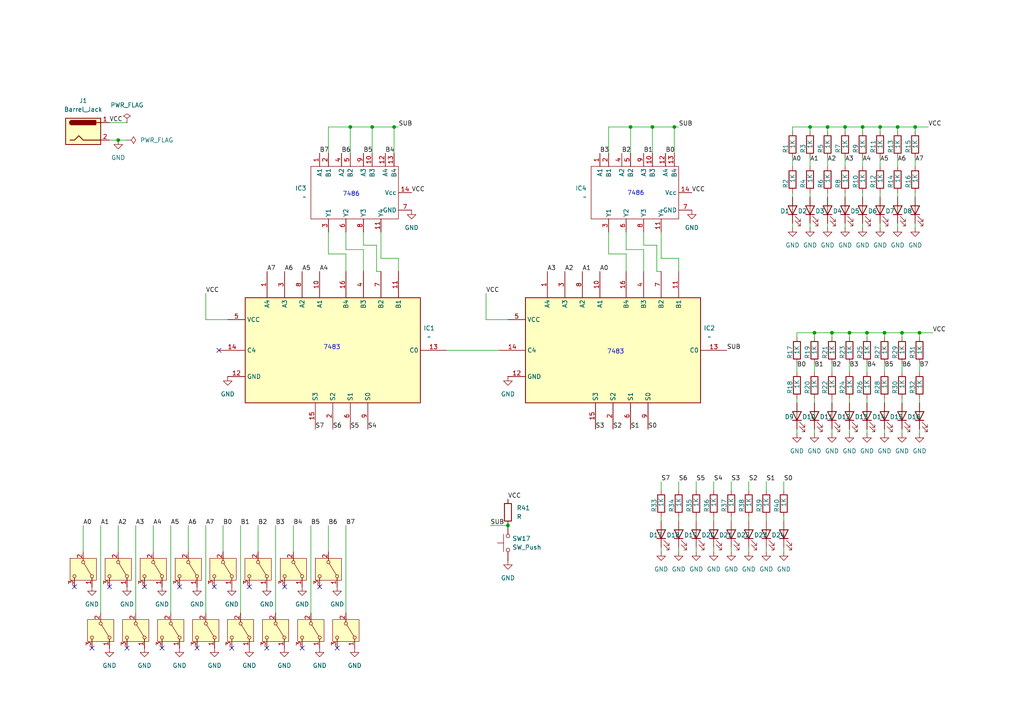
<source format=kicad_sch>
(kicad_sch (version 20250114) (generator "eeschema") (generator_version "9.0")
  (paper "A4")
  (text "7483\n" (at 96.266 100.838 0) (effects (font (size 1.27 1.27))))
  (text "7486\n\n" (at 184.404 57.15 0) (effects (font (size 1.27 1.27))))
  (text "7483\n" (at 178.562 102.108 0) (effects (font (size 1.27 1.27))))
  (text "7486\n\n" (at 101.854 57.404 0) (effects (font (size 1.27 1.27))))
  (junction (at 182.88 36.83))
  (junction (at 265.43 36.83))
  (junction (at 236.22 96.52))
  (junction (at 189.23 36.83))
  (junction (at 195.58 36.83))
  (junction (at 34.29 40.64))
  (junction (at 266.7 96.52))
  (junction (at 147.32 152.4))
  (junction (at 241.3 96.52))
  (junction (at 246.38 96.52))
  (junction (at 255.27 36.83))
  (junction (at 250.19 36.83))
  (junction (at 234.95 36.83))
  (junction (at 245.11 36.83))
  (junction (at 251.46 96.52))
  (junction (at 261.62 96.52))
  (junction (at 260.35 36.83))
  (junction (at 256.54 96.52))
  (junction (at 114.3 36.83))
  (junction (at 107.95 36.83))
  (junction (at 101.6 36.83))
  (junction (at 240.03 36.83))
  (no_connect (at 82.55 170.18))
  (no_connect (at 87.63 187.96))
  (no_connect (at 31.75 170.18))
  (no_connect (at 41.91 170.18))
  (no_connect (at 57.15 187.96))
  (no_connect (at 21.59 170.18))
  (no_connect (at 67.2318 187.96))
  (no_connect (at 36.83 187.96))
  (no_connect (at 72.3118 170.18))
  (no_connect (at 62.1518 170.18))
  (no_connect (at 63.5 101.6))
  (no_connect (at 97.79 187.96))
  (no_connect (at 77.3918 187.96))
  (no_connect (at 46.99 187.96))
  (no_connect (at 26.67 187.96))
  (no_connect (at 52.07 170.18))
  (no_connect (at 92.71 170.18))
  (wire (pts (xy 250.19 36.83) (xy 250.19 38.1)))
  (wire (pts (xy 260.35 36.83) (xy 265.43 36.83)))
  (wire (pts (xy 229.87 45.72) (xy 229.87 48.26)))
  (wire (pts (xy 255.27 55.88) (xy 255.27 57.15)))
  (wire (pts (xy 191.77 67.31) (xy 191.77 74.93)))
  (wire (pts (xy 245.11 45.72) (xy 245.11 48.26)))
  (wire (pts (xy 107.95 36.83) (xy 114.3 36.83)))
  (wire (pts (xy 266.7 96.52) (xy 266.7 97.79)))
  (wire (pts (xy 236.22 96.52) (xy 236.22 97.79)))
  (wire (pts (xy 110.49 74.93) (xy 115.57 74.93)))
  (wire (pts (xy 191.77 149.86) (xy 191.77 151.13)))
  (wire (pts (xy 201.93 139.7) (xy 201.93 142.24)))
  (wire (pts (xy 261.62 124.46) (xy 261.62 125.73)))
  (wire (pts (xy 246.38 124.46) (xy 246.38 125.73)))
  (wire (pts (xy 236.22 124.46) (xy 236.22 125.73)))
  (wire (pts (xy 191.77 139.7) (xy 191.77 142.24)))
  (wire (pts (xy 201.93 149.86) (xy 201.93 151.13)))
  (wire (pts (xy 182.88 36.83) (xy 182.88 44.45)))
  (wire (pts (xy 255.27 36.83) (xy 255.27 38.1)))
  (wire (pts (xy 142.24 152.4) (xy 147.32 152.4)))
  (wire (pts (xy 31.75 35.56) (xy 36.83 35.56)))
  (wire (pts (xy 234.95 36.83) (xy 234.95 38.1)))
  (wire (pts (xy 246.38 115.57) (xy 246.38 116.84)))
  (wire (pts (xy 39.37 152.4) (xy 39.37 177.8)))
  (wire (pts (xy 101.6 36.83) (xy 107.95 36.83)))
  (wire (pts (xy 195.58 36.83) (xy 195.58 44.45)))
  (wire (pts (xy 54.61 152.4) (xy 54.61 160.02)))
  (wire (pts (xy 255.27 36.83) (xy 260.35 36.83)))
  (wire (pts (xy 266.7 96.52) (xy 270.51 96.52)))
  (wire (pts (xy 261.62 115.57) (xy 261.62 116.84)))
  (wire (pts (xy 110.49 67.31) (xy 110.49 74.93)))
  (wire (pts (xy 250.19 55.88) (xy 250.19 57.15)))
  (wire (pts (xy 114.3 36.83) (xy 115.57 36.83)))
  (wire (pts (xy 260.35 45.72) (xy 260.35 48.26)))
  (wire (pts (xy 95.25 73.66) (xy 100.33 73.66)))
  (wire (pts (xy 256.54 124.46) (xy 256.54 125.73)))
  (wire (pts (xy 266.7 105.41) (xy 266.7 107.95)))
  (wire (pts (xy 176.53 67.31) (xy 176.53 73.66)))
  (wire (pts (xy 256.54 115.57) (xy 256.54 116.84)))
  (wire (pts (xy 207.01 149.86) (xy 207.01 151.13)))
  (wire (pts (xy 261.62 105.41) (xy 261.62 107.95)))
  (wire (pts (xy 181.61 72.39) (xy 186.69 72.39)))
  (wire (pts (xy 69.7718 152.4) (xy 69.7718 177.8)))
  (wire (pts (xy 227.33 158.75) (xy 227.33 160.02)))
  (wire (pts (xy 196.85 74.93) (xy 196.85 78.74)))
  (wire (pts (xy 49.53 152.4) (xy 49.53 177.8)))
  (wire (pts (xy 207.01 158.75) (xy 207.01 160.02)))
  (wire (pts (xy 85.09 152.4) (xy 85.09 160.02)))
  (wire (pts (xy 59.69 92.71) (xy 59.69 85.09)))
  (wire (pts (xy 251.46 115.57) (xy 251.46 116.84)))
  (wire (pts (xy 265.43 36.83) (xy 265.43 38.1)))
  (wire (pts (xy 74.8518 152.4) (xy 74.8518 160.02)))
  (wire (pts (xy 245.11 64.77) (xy 245.11 66.04)))
  (wire (pts (xy 241.3 96.52) (xy 241.3 97.79)))
  (wire (pts (xy 265.43 55.88) (xy 265.43 57.15)))
  (wire (pts (xy 227.33 139.7) (xy 227.33 142.24)))
  (wire (pts (xy 95.25 36.83) (xy 101.6 36.83)))
  (wire (pts (xy 95.25 44.45) (xy 95.25 36.83)))
  (wire (pts (xy 251.46 96.52) (xy 256.54 96.52)))
  (wire (pts (xy 129.54 101.6) (xy 144.78 101.6)))
  (wire (pts (xy 109.22 71.12) (xy 109.22 78.74)))
  (wire (pts (xy 236.22 115.57) (xy 236.22 116.84)))
  (wire (pts (xy 234.95 36.83) (xy 240.03 36.83)))
  (wire (pts (xy 241.3 124.46) (xy 241.3 125.73)))
  (wire (pts (xy 260.35 64.77) (xy 260.35 66.04)))
  (wire (pts (xy 24.13 152.4) (xy 24.13 160.02)))
  (wire (pts (xy 100.33 72.39) (xy 105.41 72.39)))
  (wire (pts (xy 34.29 40.64) (xy 36.83 40.64)))
  (wire (pts (xy 266.7 124.46) (xy 266.7 125.73)))
  (wire (pts (xy 241.3 96.52) (xy 246.38 96.52)))
  (wire (pts (xy 251.46 124.46) (xy 251.46 125.73)))
  (wire (pts (xy 261.62 96.52) (xy 266.7 96.52)))
  (wire (pts (xy 229.87 55.88) (xy 229.87 57.15)))
  (wire (pts (xy 241.3 105.41) (xy 241.3 107.95)))
  (wire (pts (xy 245.11 55.88) (xy 245.11 57.15)))
  (wire (pts (xy 100.33 67.31) (xy 100.33 72.39)))
  (wire (pts (xy 241.3 115.57) (xy 241.3 116.84)))
  (wire (pts (xy 196.85 158.75) (xy 196.85 160.02)))
  (wire (pts (xy 186.69 67.31) (xy 186.69 71.12)))
  (wire (pts (xy 229.87 38.1) (xy 229.87 36.83)))
  (wire (pts (xy 234.95 64.77) (xy 234.95 66.04)))
  (wire (pts (xy 31.75 40.64) (xy 34.29 40.64)))
  (wire (pts (xy 245.11 36.83) (xy 245.11 38.1)))
  (wire (pts (xy 260.35 36.83) (xy 260.35 38.1)))
  (wire (pts (xy 231.14 105.41) (xy 231.14 107.95)))
  (wire (pts (xy 222.25 139.7) (xy 222.25 142.24)))
  (wire (pts (xy 212.09 139.7) (xy 212.09 142.24)))
  (wire (pts (xy 79.9318 152.4) (xy 79.9318 177.8)))
  (wire (pts (xy 44.45 152.4) (xy 44.45 160.02)))
  (wire (pts (xy 217.17 149.86) (xy 217.17 151.13)))
  (wire (pts (xy 255.27 64.77) (xy 255.27 66.04)))
  (wire (pts (xy 64.6918 152.4) (xy 64.6918 160.02)))
  (wire (pts (xy 240.03 45.72) (xy 240.03 48.26)))
  (wire (pts (xy 90.17 152.4) (xy 90.17 177.8)))
  (wire (pts (xy 222.25 158.75) (xy 222.25 160.02)))
  (wire (pts (xy 190.5 78.74) (xy 191.77 78.74)))
  (wire (pts (xy 186.69 72.39) (xy 186.69 78.74)))
  (wire (pts (xy 265.43 36.83) (xy 269.24 36.83)))
  (wire (pts (xy 212.09 158.75) (xy 212.09 160.02)))
  (wire (pts (xy 246.38 105.41) (xy 246.38 107.95)))
  (wire (pts (xy 229.87 64.77) (xy 229.87 66.04)))
  (wire (pts (xy 256.54 105.41) (xy 256.54 107.95)))
  (wire (pts (xy 246.38 96.52) (xy 251.46 96.52)))
  (wire (pts (xy 100.33 152.4) (xy 100.33 177.8)))
  (wire (pts (xy 191.77 158.75) (xy 191.77 160.02)))
  (wire (pts (xy 34.29 152.4) (xy 34.29 160.02)))
  (wire (pts (xy 217.17 158.75) (xy 217.17 160.02)))
  (wire (pts (xy 234.95 55.88) (xy 234.95 57.15)))
  (wire (pts (xy 229.87 36.83) (xy 234.95 36.83)))
  (wire (pts (xy 176.53 44.45) (xy 176.53 36.83)))
  (wire (pts (xy 207.01 139.7) (xy 207.01 142.24)))
  (wire (pts (xy 176.53 73.66) (xy 181.61 73.66)))
  (wire (pts (xy 101.6 36.83) (xy 101.6 44.45)))
  (wire (pts (xy 105.41 67.31) (xy 105.41 71.12)))
  (wire (pts (xy 114.3 36.83) (xy 114.3 44.45)))
  (wire (pts (xy 240.03 64.77) (xy 240.03 66.04)))
  (wire (pts (xy 212.09 149.86) (xy 212.09 151.13)))
  (wire (pts (xy 186.69 71.12) (xy 190.5 71.12)))
  (wire (pts (xy 231.14 96.52) (xy 236.22 96.52)))
  (wire (pts (xy 265.43 64.77) (xy 265.43 66.04)))
  (wire (pts (xy 231.14 115.57) (xy 231.14 116.84)))
  (wire (pts (xy 100.33 73.66) (xy 100.33 78.74)))
  (wire (pts (xy 240.03 36.83) (xy 240.03 38.1)))
  (wire (pts (xy 147.32 92.71) (xy 140.97 92.71)))
  (wire (pts (xy 250.19 36.83) (xy 255.27 36.83)))
  (wire (pts (xy 240.03 36.83) (xy 245.11 36.83)))
  (wire (pts (xy 190.5 71.12) (xy 190.5 78.74)))
  (wire (pts (xy 107.95 36.83) (xy 107.95 44.45)))
  (wire (pts (xy 176.53 36.83) (xy 182.88 36.83)))
  (wire (pts (xy 217.17 139.7) (xy 217.17 142.24)))
  (wire (pts (xy 234.95 45.72) (xy 234.95 48.26)))
  (wire (pts (xy 227.33 149.86) (xy 227.33 151.13)))
  (wire (pts (xy 191.77 74.93) (xy 196.85 74.93)))
  (wire (pts (xy 231.14 97.79) (xy 231.14 96.52)))
  (wire (pts (xy 95.25 67.31) (xy 95.25 73.66)))
  (wire (pts (xy 266.7 115.57) (xy 266.7 116.84)))
  (wire (pts (xy 182.88 36.83) (xy 189.23 36.83)))
  (wire (pts (xy 95.25 152.4) (xy 95.25 160.02)))
  (wire (pts (xy 189.23 36.83) (xy 189.23 44.45)))
  (wire (pts (xy 105.41 71.12) (xy 109.22 71.12)))
  (wire (pts (xy 195.58 36.83) (xy 196.85 36.83)))
  (wire (pts (xy 250.19 45.72) (xy 250.19 48.26)))
  (wire (pts (xy 265.43 45.72) (xy 265.43 48.26)))
  (wire (pts (xy 240.03 55.88) (xy 240.03 57.15)))
  (wire (pts (xy 66.04 92.71) (xy 59.69 92.71)))
  (wire (pts (xy 231.14 124.46) (xy 231.14 125.73)))
  (wire (pts (xy 109.22 78.74) (xy 110.49 78.74)))
  (wire (pts (xy 261.62 96.52) (xy 261.62 97.79)))
  (wire (pts (xy 196.85 139.7) (xy 196.85 142.24)))
  (wire (pts (xy 256.54 96.52) (xy 256.54 97.79)))
  (wire (pts (xy 59.69 152.4) (xy 59.69 177.8)))
  (wire (pts (xy 251.46 105.41) (xy 251.46 107.95)))
  (wire (pts (xy 105.41 72.39) (xy 105.41 78.74)))
  (wire (pts (xy 256.54 96.52) (xy 261.62 96.52)))
  (wire (pts (xy 251.46 96.52) (xy 251.46 97.79)))
  (wire (pts (xy 201.93 158.75) (xy 201.93 160.02)))
  (wire (pts (xy 189.23 36.83) (xy 195.58 36.83)))
  (wire (pts (xy 255.27 45.72) (xy 255.27 48.26)))
  (wire (pts (xy 222.25 149.86) (xy 222.25 151.13)))
  (wire (pts (xy 29.21 152.4) (xy 29.21 177.8)))
  (wire (pts (xy 140.97 92.71) (xy 140.97 85.09)))
  (wire (pts (xy 236.22 96.52) (xy 241.3 96.52)))
  (wire (pts (xy 246.38 96.52) (xy 246.38 97.79)))
  (wire (pts (xy 181.61 67.31) (xy 181.61 72.39)))
  (wire (pts (xy 245.11 36.83) (xy 250.19 36.83)))
  (wire (pts (xy 236.22 105.41) (xy 236.22 107.95)))
  (wire (pts (xy 250.19 64.77) (xy 250.19 66.04)))
  (wire (pts (xy 196.85 149.86) (xy 196.85 151.13)))
  (wire (pts (xy 181.61 73.66) (xy 181.61 78.74)))
  (wire (pts (xy 115.57 74.93) (xy 115.57 78.74)))
  (wire (pts (xy 260.35 55.88) (xy 260.35 57.15)))
  (label "S4" (at 106.68 124.46 0))
  (label "A4" (at 250.19 46.99 0))
  (label "A7" (at 59.69 152.4 0))
  (label "B6" (at 261.62 106.68 0))
  (label "B2" (at 74.8518 152.4 0))
  (label "A2" (at 163.83 78.74 0))
  (label "S5" (at 101.6 124.46 0))
  (label "B2" (at 180.34 44.45 0))
  (label "A6" (at 54.61 152.4 0))
  (label "A2" (at 34.29 152.4 0))
  (label "A7" (at 77.47 78.74 0))
  (label "A3" (at 158.75 78.74 0))
  (label "S4" (at 207.01 139.7 0))
  (label "S0" (at 227.33 139.7 0))
  (label "B5" (at 105.41 44.45 0))
  (label "B4" (at 251.46 106.68 0))
  (label "VCC" (at 140.97 85.09 0))
  (label "B0" (at 64.6918 152.4 0))
  (label "S3" (at 212.09 139.7 0))
  (label "S2" (at 177.8 124.46 0))
  (label "B3" (at 79.9318 152.4 0))
  (label "A5" (at 255.27 46.99 0))
  (label "B5" (at 90.17 152.4 0))
  (label "VCC" (at 119.38 55.88 0))
  (label "A3" (at 245.11 46.99 0))
  (label "B3" (at 173.99 44.45 0))
  (label "B3" (at 246.38 106.68 0))
  (label "B6" (at 99.06 44.45 0))
  (label "A4" (at 44.45 152.4 0))
  (label "A5" (at 49.53 152.4 0))
  (label "A6" (at 260.35 46.99 0))
  (label "S2" (at 217.17 139.7 0))
  (label "B6" (at 95.25 152.4 0))
  (label "B1" (at 236.22 106.68 0))
  (label "A1" (at 234.95 46.99 0))
  (label "B4" (at 85.09 152.4 0))
  (label "A0" (at 229.87 46.99 0))
  (label "VCC" (at 269.24 36.83 0))
  (label "A1" (at 29.21 152.4 0))
  (label "B4" (at 111.76 44.45 0))
  (label "S1" (at 182.88 124.46 0))
  (label "A7" (at 265.43 46.99 0))
  (label "SUB" (at 115.57 36.83 0))
  (label "A3" (at 39.37 152.4 0))
  (label "S0" (at 187.96 124.46 0))
  (label "S3" (at 172.72 124.46 0))
  (label "S5" (at 201.93 139.7 0))
  (label "S6" (at 96.52 124.46 0))
  (label "S6" (at 196.85 139.7 0))
  (label "S7" (at 91.44 124.46 0))
  (label "B1" (at 186.69 44.45 0))
  (label "A0" (at 24.13 152.4 0))
  (label "B0" (at 193.04 44.45 0))
  (label "B0" (at 231.14 106.68 0))
  (label "B5" (at 256.54 106.68 0))
  (label "S1" (at 222.25 139.7 0))
  (label "VCC" (at 147.32 144.78 0))
  (label "B7" (at 92.71 44.45 0))
  (label "B7" (at 266.7 106.68 0))
  (label "VCC" (at 35.56 35.56 180))
  (label "VCC" (at 59.69 85.09 0))
  (label "B7" (at 100.33 152.4 0))
  (label "SUB" (at 196.85 36.83 0))
  (label "A4" (at 92.71 78.74 0))
  (label "A2" (at 240.03 46.99 0))
  (label "VCC" (at 270.51 96.52 0))
  (label "S7" (at 191.77 139.7 0))
  (label "A6" (at 82.55 78.74 0))
  (label "B2" (at 241.3 106.68 0))
  (label "SUB" (at 142.24 152.4 0))
  (label "VCC" (at 200.66 55.88 0))
  (label "A0" (at 173.99 78.74 0))
  (label "B1" (at 69.7718 152.4 0))
  (label "A1" (at 168.91 78.74 0))
  (label "A5" (at 87.63 78.74 0))
  (label "SUB" (at 210.82 101.6 0))
  (symbol (lib_id "Device:LED") (at 227.33 154.94 90) (unit 1)
    (property "Reference" "D24" (at 223.774 155.194 90) (effects (justify right)))
    (property "Value" "LED" (effects (hide yes)))
    (property "Footprint" "LED_THT:LED_D3.0mm" (effects (hide yes)))
    (property "Description" "Light emitting diode" (effects (hide yes)))
    (property "Sim.Pins" "1=K 2=A" (effects (hide yes)))
  )
  (symbol (lib_id "Device:LED") (at 256.54 120.65 90) (unit 1)
    (property "Reference" "D14" (at 252.984 120.904 90) (effects (justify right)))
    (property "Value" "LED" (effects (hide yes)))
    (property "Footprint" "LED_THT:LED_D3.0mm" (effects (hide yes)))
    (property "Description" "Light emitting diode" (effects (hide yes)))
    (property "Sim.Pins" "1=K 2=A" (effects (hide yes)))
  )
  (symbol (lib_id "power:GND") (at 147.32 109.22 0) (unit 1)
    (property "Reference" "#PWR06" (effects (hide yes)))
    (property "Value" "GND" (at 147.32 114.3 0))
    (property "Description" "Power symbol creates a global label with name \"GND\" , ground" (effects (hide yes)))
  )
  (symbol (lib_id "Switch:SW_SPDT") (at 100.33 182.88 270) (unit 1)
    (property "Reference" "SW16" (effects (hide yes)))
    (property "Value" "SW_SPDT" (effects (hide yes)))
    (property "Footprint" "new switch:new switch" (effects (hide yes)))
    (property "Description" "Switch, single pole double throw" (effects (hide yes)))
  )
  (symbol (lib_id "power:GND") (at 229.87 66.04 0) (unit 1)
    (property "Reference" "#PWR07" (effects (hide yes)))
    (property "Value" "GND" (at 229.87 71.12 0))
    (property "Description" "Power symbol creates a global label with name \"GND\" , ground" (effects (hide yes)))
  )
  (symbol (lib_id "Device:R") (at 251.46 111.76 0) (unit 1)
    (property "Reference" "R26" (at 249.428 114.3 90) (effects (justify left)))
    (property "Value" "1K" (at 251.46 112.776 90) (effects (justify left)))
    (property "Footprint" "Resistor_THT:R_Axial_DIN0204_L3.6mm_D1.6mm_P5.08mm_Horizontal" (effects (hide yes)))
    (property "Description" "Resistor" (effects (hide yes)))
  )
  (symbol (lib_id "Device:LED") (at 245.11 60.96 90) (unit 1)
    (property "Reference" "D4" (at 241.554 61.214 90) (effects (justify right)))
    (property "Value" "LED" (effects (hide yes)))
    (property "Footprint" "LED_THT:LED_D3.0mm" (effects (hide yes)))
    (property "Description" "Light emitting diode" (effects (hide yes)))
    (property "Sim.Pins" "1=K 2=A" (effects (hide yes)))
  )
  (symbol (lib_id "Device:LED") (at 234.95 60.96 90) (unit 1)
    (property "Reference" "D2" (at 231.394 61.214 90) (effects (justify right)))
    (property "Value" "LED" (effects (hide yes)))
    (property "Footprint" "LED_THT:LED_D3.0mm" (effects (hide yes)))
    (property "Description" "Light emitting diode" (effects (hide yes)))
    (property "Sim.Pins" "1=K 2=A" (effects (hide yes)))
  )
  (symbol (lib_id "Device:LED") (at 222.25 154.94 90) (unit 1)
    (property "Reference" "D23" (at 218.694 155.194 90) (effects (justify right)))
    (property "Value" "LED" (effects (hide yes)))
    (property "Footprint" "LED_THT:LED_D3.0mm" (effects (hide yes)))
    (property "Description" "Light emitting diode" (effects (hide yes)))
    (property "Sim.Pins" "1=K 2=A" (effects (hide yes)))
  )
  (symbol (lib_id "power:PWR_FLAG") (at 36.83 40.64 270) (unit 1)
    (property "Reference" "#FLG02" (effects (hide yes)))
    (property "Value" "PWR_FLAG" (at 40.64 40.6399 90) (effects (justify left)))
    (property "Description" "Special symbol for telling ERC where power comes from" (effects (hide yes)))
  )
  (symbol (lib_id "power:GND") (at 196.85 160.02 0) (unit 1)
    (property "Reference" "#PWR032" (effects (hide yes)))
    (property "Value" "GND" (at 196.85 165.1 0))
    (property "Description" "Power symbol creates a global label with name \"GND\" , ground" (effects (hide yes)))
  )
  (symbol (lib_id "Device:R") (at 147.32 148.59 0) (unit 1)
    (property "Reference" "R41" (at 149.86 147.3199 0) (effects (justify left)))
    (property "Value" "R" (at 149.86 149.8599 0) (effects (justify left)))
    (property "Footprint" "Resistor_THT:R_Axial_DIN0204_L3.6mm_D1.6mm_P5.08mm_Horizontal" (effects (hide yes)))
    (property "Description" "Resistor" (effects (hide yes)))
  )
  (symbol (lib_id "power:GND") (at 265.43 66.04 0) (unit 1)
    (property "Reference" "#PWR014" (effects (hide yes)))
    (property "Value" "GND" (at 265.43 71.12 0))
    (property "Description" "Power symbol creates a global label with name \"GND\" , ground" (effects (hide yes)))
  )
  (symbol (lib_id "power:GND") (at 52.07 187.96 0) (unit 1)
    (property "Reference" "#PWR026" (effects (hide yes)))
    (property "Value" "GND" (at 52.07 193.04 0))
    (property "Description" "Power symbol creates a global label with name \"GND\" , ground" (effects (hide yes)))
  )
  (symbol (lib_id "Switch:SW_SPDT") (at 79.9318 182.88 270) (unit 1)
    (property "Reference" "SW12" (effects (hide yes)))
    (property "Value" "SW_SPDT" (effects (hide yes)))
    (property "Footprint" "new switch:new switch" (effects (hide yes)))
    (property "Description" "Switch, single pole double throw" (effects (hide yes)))
  )
  (symbol (lib_id "Device:R") (at 251.46 101.6 0) (unit 1)
    (property "Reference" "R25" (at 249.428 104.14 90) (effects (justify left)))
    (property "Value" "1K" (at 251.46 102.87 90) (effects (justify left)))
    (property "Footprint" "Resistor_THT:R_Axial_DIN0204_L3.6mm_D1.6mm_P5.08mm_Horizontal" (effects (hide yes)))
    (property "Description" "Resistor" (effects (hide yes)))
  )
  (symbol (lib_id "power:GND") (at 41.91 187.96 0) (unit 1)
    (property "Reference" "#PWR025" (effects (hide yes)))
    (property "Value" "GND" (at 41.91 193.04 0))
    (property "Description" "Power symbol creates a global label with name \"GND\" , ground" (effects (hide yes)))
  )
  (symbol (lib_id "Device:R") (at 266.7 111.76 0) (unit 1)
    (property "Reference" "R32" (at 264.668 114.3 90) (effects (justify left)))
    (property "Value" "1K" (at 266.7 112.776 90) (effects (justify left)))
    (property "Footprint" "Resistor_THT:R_Axial_DIN0204_L3.6mm_D1.6mm_P5.08mm_Horizontal" (effects (hide yes)))
    (property "Description" "Resistor" (effects (hide yes)))
  )
  (symbol (lib_id "power:GND") (at 231.14 125.73 0) (unit 1)
    (property "Reference" "#PWR015" (effects (hide yes)))
    (property "Value" "GND" (at 231.14 130.81 0))
    (property "Description" "Power symbol creates a global label with name \"GND\" , ground" (effects (hide yes)))
  )
  (symbol (lib_id "Device:LED") (at 255.27 60.96 90) (unit 1)
    (property "Reference" "D6" (at 251.714 61.214 90) (effects (justify right)))
    (property "Value" "LED" (effects (hide yes)))
    (property "Footprint" "LED_THT:LED_D3.0mm" (effects (hide yes)))
    (property "Description" "Light emitting diode" (effects (hide yes)))
    (property "Sim.Pins" "1=K 2=A" (effects (hide yes)))
  )
  (symbol (lib_id "power:GND") (at 102.87 187.96 0) (unit 1)
    (property "Reference" "#PWR045" (effects (hide yes)))
    (property "Value" "GND" (at 102.87 193.04 0))
    (property "Description" "Power symbol creates a global label with name \"GND\" , ground" (effects (hide yes)))
  )
  (symbol (lib_id "power:GND") (at 57.15 170.18 0) (unit 1)
    (property "Reference" "#PWR028" (effects (hide yes)))
    (property "Value" "GND" (at 57.15 175.26 0))
    (property "Description" "Power symbol creates a global label with name \"GND\" , ground" (effects (hide yes)))
  )
  (symbol (lib_id "Device:R") (at 191.77 146.05 0) (unit 1)
    (property "Reference" "R33" (at 189.738 148.59 90) (effects (justify left)))
    (property "Value" "1K" (at 191.77 147.066 90) (effects (justify left)))
    (property "Footprint" "Resistor_THT:R_Axial_DIN0204_L3.6mm_D1.6mm_P5.08mm_Horizontal" (effects (hide yes)))
    (property "Description" "Resistor" (effects (hide yes)))
  )
  (symbol (lib_id "power:GND") (at 207.01 160.02 0) (unit 1)
    (property "Reference" "#PWR034" (effects (hide yes)))
    (property "Value" "GND" (at 207.01 165.1 0))
    (property "Description" "Power symbol creates a global label with name \"GND\" , ground" (effects (hide yes)))
  )
  (symbol (lib_id "Device:LED") (at 246.38 120.65 90) (unit 1)
    (property "Reference" "D12" (at 242.824 120.904 90) (effects (justify right)))
    (property "Value" "LED" (effects (hide yes)))
    (property "Footprint" "LED_THT:LED_D3.0mm" (effects (hide yes)))
    (property "Description" "Light emitting diode" (effects (hide yes)))
    (property "Sim.Pins" "1=K 2=A" (effects (hide yes)))
  )
  (symbol (lib_id "Device:LED") (at 265.43 60.96 90) (unit 1)
    (property "Reference" "D8" (at 261.874 61.214 90) (effects (justify right)))
    (property "Value" "LED" (effects (hide yes)))
    (property "Footprint" "LED_THT:LED_D3.0mm" (effects (hide yes)))
    (property "Description" "Light emitting diode" (effects (hide yes)))
    (property "Sim.Pins" "1=K 2=A" (effects (hide yes)))
  )
  (symbol (lib_id "power:GND") (at 31.75 187.96 0) (unit 1)
    (property "Reference" "#PWR023" (effects (hide yes)))
    (property "Value" "GND" (at 31.75 193.04 0))
    (property "Description" "Power symbol creates a global label with name \"GND\" , ground" (effects (hide yes)))
  )
  (symbol (lib_id "power:GND") (at 255.27 66.04 0) (unit 1)
    (property "Reference" "#PWR012" (effects (hide yes)))
    (property "Value" "GND" (at 255.27 71.12 0))
    (property "Description" "Power symbol creates a global label with name \"GND\" , ground" (effects (hide yes)))
  )
  (symbol (lib_id "Switch:SW_SPDT") (at 54.61 165.1 270) (unit 1)
    (property "Reference" "SW7" (effects (hide yes)))
    (property "Value" "SW_SPDT" (effects (hide yes)))
    (property "Footprint" "new switch:new switch" (effects (hide yes)))
    (property "Description" "Switch, single pole double throw" (effects (hide yes)))
  )
  (symbol (lib_id "Device:R") (at 212.09 146.05 0) (unit 1)
    (property "Reference" "R37" (at 210.058 148.59 90) (effects (justify left)))
    (property "Value" "1K" (at 212.09 147.066 90) (effects (justify left)))
    (property "Footprint" "Resistor_THT:R_Axial_DIN0204_L3.6mm_D1.6mm_P5.08mm_Horizontal" (effects (hide yes)))
    (property "Description" "Resistor" (effects (hide yes)))
  )
  (symbol (lib_id "power:GND") (at 77.3918 170.18 0) (unit 1)
    (property "Reference" "#PWR040" (effects (hide yes)))
    (property "Value" "GND" (at 77.3918 175.26 0))
    (property "Description" "Power symbol creates a global label with name \"GND\" , ground" (effects (hide yes)))
  )
  (symbol (lib_id "Device:R") (at 234.95 41.91 0) (unit 1)
    (property "Reference" "R3" (at 232.918 44.45 90) (effects (justify left)))
    (property "Value" "1K" (at 234.95 43.18 90) (effects (justify left)))
    (property "Footprint" "Resistor_THT:R_Axial_DIN0204_L3.6mm_D1.6mm_P5.08mm_Horizontal" (effects (hide yes)))
    (property "Description" "Resistor" (effects (hide yes)))
  )
  (symbol (lib_id "Device:LED") (at 229.87 60.96 90) (unit 1)
    (property "Reference" "D1" (at 226.314 61.214 90) (effects (justify right)))
    (property "Value" "LED" (effects (hide yes)))
    (property "Footprint" "LED_THT:LED_D3.0mm" (effects (hide yes)))
    (property "Description" "Light emitting diode" (effects (hide yes)))
    (property "Sim.Pins" "1=K 2=A" (effects (hide yes)))
  )
  (symbol (lib_id "Device:R") (at 261.62 101.6 0) (unit 1)
    (property "Reference" "R29" (at 259.588 104.14 90) (effects (justify left)))
    (property "Value" "1K" (at 261.62 102.87 90) (effects (justify left)))
    (property "Footprint" "Resistor_THT:R_Axial_DIN0204_L3.6mm_D1.6mm_P5.08mm_Horizontal" (effects (hide yes)))
    (property "Description" "Resistor" (effects (hide yes)))
  )
  (symbol (lib_id "Device:R") (at 229.87 41.91 0) (unit 1)
    (property "Reference" "R1" (at 227.838 44.45 90) (effects (justify left)))
    (property "Value" "1K" (at 229.87 43.18 90) (effects (justify left)))
    (property "Footprint" "Resistor_THT:R_Axial_DIN0204_L3.6mm_D1.6mm_P5.08mm_Horizontal" (effects (hide yes)))
    (property "Description" "Resistor" (effects (hide yes)))
  )
  (symbol (lib_id "power:GND") (at 200.66 60.96 0) (unit 1)
    (property "Reference" "#PWR03" (effects (hide yes)))
    (property "Value" "GND" (at 200.66 66.04 0))
    (property "Description" "Power symbol creates a global label with name \"GND\" , ground" (effects (hide yes)))
  )
  (symbol (lib_id "Device:R") (at 241.3 111.76 0) (unit 1)
    (property "Reference" "R22" (at 239.268 114.3 90) (effects (justify left)))
    (property "Value" "1K" (at 241.3 112.776 90) (effects (justify left)))
    (property "Footprint" "Resistor_THT:R_Axial_DIN0204_L3.6mm_D1.6mm_P5.08mm_Horizontal" (effects (hide yes)))
    (property "Description" "Resistor" (effects (hide yes)))
  )
  (symbol (lib_id "Device:R") (at 231.14 111.76 0) (unit 1)
    (property "Reference" "R18" (at 229.108 114.3 90) (effects (justify left)))
    (property "Value" "1K" (at 231.14 112.776 90) (effects (justify left)))
    (property "Footprint" "Resistor_THT:R_Axial_DIN0204_L3.6mm_D1.6mm_P5.08mm_Horizontal" (effects (hide yes)))
    (property "Description" "Resistor" (effects (hide yes)))
  )
  (symbol (lib_id "Device:LED") (at 217.17 154.94 90) (unit 1)
    (property "Reference" "D22" (at 213.614 155.194 90) (effects (justify right)))
    (property "Value" "LED" (effects (hide yes)))
    (property "Footprint" "LED_THT:LED_D3.0mm" (effects (hide yes)))
    (property "Description" "Light emitting diode" (effects (hide yes)))
    (property "Sim.Pins" "1=K 2=A" (effects (hide yes)))
  )
  (symbol (lib_id "Device:R") (at 241.3 101.6 0) (unit 1)
    (property "Reference" "R21" (at 239.268 104.14 90) (effects (justify left)))
    (property "Value" "1K" (at 241.3 102.87 90) (effects (justify left)))
    (property "Footprint" "Resistor_THT:R_Axial_DIN0204_L3.6mm_D1.6mm_P5.08mm_Horizontal" (effects (hide yes)))
    (property "Description" "Resistor" (effects (hide yes)))
  )
  (symbol (lib_id "power:GND") (at 147.32 162.56 0) (unit 1)
    (property "Reference" "#PWR046" (effects (hide yes)))
    (property "Value" "GND" (at 147.32 167.64 0))
    (property "Description" "Power symbol creates a global label with name \"GND\" , ground" (effects (hide yes)))
  )
  (symbol (lib_id "power:GND") (at 191.77 160.02 0) (unit 1)
    (property "Reference" "#PWR031" (effects (hide yes)))
    (property "Value" "GND" (at 191.77 165.1 0))
    (property "Description" "Power symbol creates a global label with name \"GND\" , ground" (effects (hide yes)))
  )
  (symbol (lib_id "New_Library:NEW 7486") (at 102.87 55.88 0) (unit 1)
    (property "Reference" "IC3" (at 88.9 54.6099 0) (effects (justify right)))
    (property "Value" "~" (at 88.9 57.1499 0) (effects (justify right)))
    (property "Footprint" "Package_DIP:DIP-14_W7.62mm" (effects (hide yes)))
  )
  (symbol (lib_id "power:GND") (at 212.09 160.02 0) (unit 1)
    (property "Reference" "#PWR035" (effects (hide yes)))
    (property "Value" "GND" (at 212.09 165.1 0))
    (property "Description" "Power symbol creates a global label with name \"GND\" , ground" (effects (hide yes)))
  )
  (symbol (lib_id "power:GND") (at 87.63 170.18 0) (unit 1)
    (property "Reference" "#PWR042" (effects (hide yes)))
    (property "Value" "GND" (at 87.63 175.26 0))
    (property "Description" "Power symbol creates a global label with name \"GND\" , ground" (effects (hide yes)))
  )
  (symbol (lib_id "Device:R") (at 236.22 101.6 0) (unit 1)
    (property "Reference" "R19" (at 234.188 104.14 90) (effects (justify left)))
    (property "Value" "1K" (at 236.22 102.87 90) (effects (justify left)))
    (property "Footprint" "Resistor_THT:R_Axial_DIN0204_L3.6mm_D1.6mm_P5.08mm_Horizontal" (effects (hide yes)))
    (property "Description" "Resistor" (effects (hide yes)))
  )
  (symbol (lib_id "power:GND") (at 266.7 125.73 0) (unit 1)
    (property "Reference" "#PWR022" (effects (hide yes)))
    (property "Value" "GND" (at 266.7 130.81 0))
    (property "Description" "Power symbol creates a global label with name \"GND\" , ground" (effects (hide yes)))
  )
  (symbol (lib_id "Switch:SW_SPDT") (at 24.13 165.1 270) (unit 1)
    (property "Reference" "SW3" (effects (hide yes)))
    (property "Value" "SW_SPDT" (effects (hide yes)))
    (property "Footprint" "new switch:new switch" (effects (hide yes)))
    (property "Description" "Switch, single pole double throw" (effects (hide yes)))
  )
  (symbol (lib_id "power:GND") (at 246.38 125.73 0) (unit 1)
    (property "Reference" "#PWR018" (effects (hide yes)))
    (property "Value" "GND" (at 246.38 130.81 0))
    (property "Description" "Power symbol creates a global label with name \"GND\" , ground" (effects (hide yes)))
  )
  (symbol (lib_id "power:GND") (at 34.29 40.64 0) (unit 1)
    (property "Reference" "#PWR01" (effects (hide yes)))
    (property "Value" "GND" (at 34.29 45.72 0))
    (property "Description" "Power symbol creates a global label with name \"GND\" , ground" (effects (hide yes)))
  )
  (symbol (lib_id "Device:R") (at 250.19 52.07 0) (unit 1)
    (property "Reference" "R10" (at 248.158 54.61 90) (effects (justify left)))
    (property "Value" "1K" (at 250.19 53.086 90) (effects (justify left)))
    (property "Footprint" "Resistor_THT:R_Axial_DIN0204_L3.6mm_D1.6mm_P5.08mm_Horizontal" (effects (hide yes)))
    (property "Description" "Resistor" (effects (hide yes)))
  )
  (symbol (lib_id "Device:R") (at 261.62 111.76 0) (unit 1)
    (property "Reference" "R30" (at 259.588 114.3 90) (effects (justify left)))
    (property "Value" "1K" (at 261.62 112.776 90) (effects (justify left)))
    (property "Footprint" "Resistor_THT:R_Axial_DIN0204_L3.6mm_D1.6mm_P5.08mm_Horizontal" (effects (hide yes)))
    (property "Description" "Resistor" (effects (hide yes)))
  )
  (symbol (lib_id "Connector:Barrel_Jack") (at 24.13 38.1 0) (unit 1)
    (property "Reference" "J1" (at 24.13 29.21 0))
    (property "Value" "Barrel_Jack" (at 24.13 31.75 0))
    (property "Footprint" "Connector_BarrelJack:BarrelJack_Horizontal" (effects (hide yes)))
    (property "Description" "DC Barrel Jack" (effects (hide yes)))
  )
  (symbol (lib_id "power:GND") (at 261.62 125.73 0) (unit 1)
    (property "Reference" "#PWR021" (effects (hide yes)))
    (property "Value" "GND" (at 261.62 130.81 0))
    (property "Description" "Power symbol creates a global label with name \"GND\" , ground" (effects (hide yes)))
  )
  (symbol (lib_id "power:GND") (at 241.3 125.73 0) (unit 1)
    (property "Reference" "#PWR017" (effects (hide yes)))
    (property "Value" "GND" (at 241.3 130.81 0))
    (property "Description" "Power symbol creates a global label with name \"GND\" , ground" (effects (hide yes)))
  )
  (symbol (lib_id "Device:LED") (at 241.3 120.65 90) (unit 1)
    (property "Reference" "D11" (at 237.744 120.904 90) (effects (justify right)))
    (property "Value" "LED" (effects (hide yes)))
    (property "Footprint" "LED_THT:LED_D3.0mm" (effects (hide yes)))
    (property "Description" "Light emitting diode" (effects (hide yes)))
    (property "Sim.Pins" "1=K 2=A" (effects (hide yes)))
  )
  (symbol (lib_id "Device:LED") (at 250.19 60.96 90) (unit 1)
    (property "Reference" "D5" (at 246.634 61.214 90) (effects (justify right)))
    (property "Value" "LED" (effects (hide yes)))
    (property "Footprint" "LED_THT:LED_D3.0mm" (effects (hide yes)))
    (property "Description" "Light emitting diode" (effects (hide yes)))
    (property "Sim.Pins" "1=K 2=A" (effects (hide yes)))
  )
  (symbol (lib_id "power:GND") (at 46.99 170.18 0) (unit 1)
    (property "Reference" "#PWR02" (effects (hide yes)))
    (property "Value" "GND" (at 46.99 175.26 0))
    (property "Description" "Power symbol creates a global label with name \"GND\" , ground" (effects (hide yes)))
  )
  (symbol (lib_id "Device:LED") (at 240.03 60.96 90) (unit 1)
    (property "Reference" "D3" (at 236.474 61.214 90) (effects (justify right)))
    (property "Value" "LED" (effects (hide yes)))
    (property "Footprint" "LED_THT:LED_D3.0mm" (effects (hide yes)))
    (property "Description" "Light emitting diode" (effects (hide yes)))
    (property "Sim.Pins" "1=K 2=A" (effects (hide yes)))
  )
  (symbol (lib_id "Device:R") (at 256.54 101.6 0) (unit 1)
    (property "Reference" "R27" (at 254.508 104.14 90) (effects (justify left)))
    (property "Value" "1K" (at 256.54 102.87 90) (effects (justify left)))
    (property "Footprint" "Resistor_THT:R_Axial_DIN0204_L3.6mm_D1.6mm_P5.08mm_Horizontal" (effects (hide yes)))
    (property "Description" "Resistor" (effects (hide yes)))
  )
  (symbol (lib_id "Device:LED") (at 201.93 154.94 90) (unit 1)
    (property "Reference" "D19" (at 198.374 155.194 90) (effects (justify right)))
    (property "Value" "LED" (effects (hide yes)))
    (property "Footprint" "LED_THT:LED_D3.0mm" (effects (hide yes)))
    (property "Description" "Light emitting diode" (effects (hide yes)))
    (property "Sim.Pins" "1=K 2=A" (effects (hide yes)))
  )
  (symbol (lib_id "Device:LED") (at 236.22 120.65 90) (unit 1)
    (property "Reference" "D10" (at 232.664 120.904 90) (effects (justify right)))
    (property "Value" "LED" (effects (hide yes)))
    (property "Footprint" "LED_THT:LED_D3.0mm" (effects (hide yes)))
    (property "Description" "Light emitting diode" (effects (hide yes)))
    (property "Sim.Pins" "1=K 2=A" (effects (hide yes)))
  )
  (symbol (lib_id "power:GND") (at 222.25 160.02 0) (unit 1)
    (property "Reference" "#PWR037" (effects (hide yes)))
    (property "Value" "GND" (at 222.25 165.1 0))
    (property "Description" "Power symbol creates a global label with name \"GND\" , ground" (effects (hide yes)))
  )
  (symbol (lib_id "Switch:SW_SPDT") (at 85.09 165.1 270) (unit 1)
    (property "Reference" "SW13" (effects (hide yes)))
    (property "Value" "SW_SPDT" (effects (hide yes)))
    (property "Footprint" "new switch:new switch" (effects (hide yes)))
    (property "Description" "Switch, single pole double throw" (effects (hide yes)))
  )
  (symbol (lib_id "Device:R") (at 240.03 52.07 0) (unit 1)
    (property "Reference" "R6" (at 237.998 54.61 90) (effects (justify left)))
    (property "Value" "1K" (at 240.03 53.086 90) (effects (justify left)))
    (property "Footprint" "Resistor_THT:R_Axial_DIN0204_L3.6mm_D1.6mm_P5.08mm_Horizontal" (effects (hide yes)))
    (property "Description" "Resistor" (effects (hide yes)))
  )
  (symbol (lib_id "power:GND") (at 260.35 66.04 0) (unit 1)
    (property "Reference" "#PWR013" (effects (hide yes)))
    (property "Value" "GND" (at 260.35 71.12 0))
    (property "Description" "Power symbol creates a global label with name \"GND\" , ground" (effects (hide yes)))
  )
  (symbol (lib_id "Device:R") (at 245.11 41.91 0) (unit 1)
    (property "Reference" "R7" (at 243.078 44.45 90) (effects (justify left)))
    (property "Value" "1K" (at 245.11 43.18 90) (effects (justify left)))
    (property "Footprint" "Resistor_THT:R_Axial_DIN0204_L3.6mm_D1.6mm_P5.08mm_Horizontal" (effects (hide yes)))
    (property "Description" "Resistor" (effects (hide yes)))
  )
  (symbol (lib_id "Device:R") (at 246.38 111.76 0) (unit 1)
    (property "Reference" "R24" (at 244.348 114.3 90) (effects (justify left)))
    (property "Value" "1K" (at 246.38 112.776 90) (effects (justify left)))
    (property "Footprint" "Resistor_THT:R_Axial_DIN0204_L3.6mm_D1.6mm_P5.08mm_Horizontal" (effects (hide yes)))
    (property "Description" "Resistor" (effects (hide yes)))
  )
  (symbol (lib_id "Device:R") (at 217.17 146.05 0) (unit 1)
    (property "Reference" "R38" (at 215.138 148.59 90) (effects (justify left)))
    (property "Value" "1K" (at 217.17 147.066 90) (effects (justify left)))
    (property "Footprint" "Resistor_THT:R_Axial_DIN0204_L3.6mm_D1.6mm_P5.08mm_Horizontal" (effects (hide yes)))
    (property "Description" "Resistor" (effects (hide yes)))
  )
  (symbol (lib_id "Device:R") (at 207.01 146.05 0) (unit 1)
    (property "Reference" "R36" (at 204.978 148.59 90) (effects (justify left)))
    (property "Value" "1K" (at 207.01 147.066 90) (effects (justify left)))
    (property "Footprint" "Resistor_THT:R_Axial_DIN0204_L3.6mm_D1.6mm_P5.08mm_Horizontal" (effects (hide yes)))
    (property "Description" "Resistor" (effects (hide yes)))
  )
  (symbol (lib_id "Device:LED") (at 207.01 154.94 90) (unit 1)
    (property "Reference" "D20" (at 203.454 155.194 90) (effects (justify right)))
    (property "Value" "LED" (effects (hide yes)))
    (property "Footprint" "LED_THT:LED_D3.0mm" (effects (hide yes)))
    (property "Description" "Light emitting diode" (effects (hide yes)))
    (property "Sim.Pins" "1=K 2=A" (effects (hide yes)))
  )
  (symbol (lib_id "Device:R") (at 265.43 41.91 0) (unit 1)
    (property "Reference" "R15" (at 263.398 44.45 90) (effects (justify left)))
    (property "Value" "1K" (at 265.43 43.18 90) (effects (justify left)))
    (property "Footprint" "Resistor_THT:R_Axial_DIN0204_L3.6mm_D1.6mm_P5.08mm_Horizontal" (effects (hide yes)))
    (property "Description" "Resistor" (effects (hide yes)))
  )
  (symbol (lib_id "Device:R") (at 255.27 52.07 0) (unit 1)
    (property "Reference" "R12" (at 253.238 54.61 90) (effects (justify left)))
    (property "Value" "1K" (at 255.27 53.086 90) (effects (justify left)))
    (property "Footprint" "Resistor_THT:R_Axial_DIN0204_L3.6mm_D1.6mm_P5.08mm_Horizontal" (effects (hide yes)))
    (property "Description" "Resistor" (effects (hide yes)))
  )
  (symbol (lib_id "power:GND") (at 26.67 170.18 0) (unit 1)
    (property "Reference" "#PWR027" (effects (hide yes)))
    (property "Value" "GND" (at 26.67 175.26 0))
    (property "Description" "Power symbol creates a global label with name \"GND\" , ground" (effects (hide yes)))
  )
  (symbol (lib_id "power:PWR_FLAG") (at 36.83 35.56 0) (unit 1)
    (property "Reference" "#FLG01" (effects (hide yes)))
    (property "Value" "PWR_FLAG" (at 36.83 30.48 0))
    (property "Description" "Special symbol for telling ERC where power comes from" (effects (hide yes)))
  )
  (symbol (lib_id "Device:LED") (at 260.35 60.96 90) (unit 1)
    (property "Reference" "D7" (at 256.794 61.214 90) (effects (justify right)))
    (property "Value" "LED" (effects (hide yes)))
    (property "Footprint" "LED_THT:LED_D3.0mm" (effects (hide yes)))
    (property "Description" "Light emitting diode" (effects (hide yes)))
    (property "Sim.Pins" "1=K 2=A" (effects (hide yes)))
  )
  (symbol (lib_id "power:GND") (at 234.95 66.04 0) (unit 1)
    (property "Reference" "#PWR08" (effects (hide yes)))
    (property "Value" "GND" (at 234.95 71.12 0))
    (property "Description" "Power symbol creates a global label with name \"GND\" , ground" (effects (hide yes)))
  )
  (symbol (lib_id "Switch:SW_Push") (at 147.32 157.48 90) (unit 1)
    (property "Reference" "SW17" (at 148.59 156.2099 90) (effects (justify right)))
    (property "Value" "SW_Push" (at 148.59 158.7499 90) (effects (justify right)))
    (property "Footprint" "Button_Switch_THT:SW_PUSH_6mm" (effects (hide yes)))
    (property "Description" "Push button switch, generic, two pins" (effects (hide yes)))
  )
  (symbol (lib_id "power:GND") (at 251.46 125.73 0) (unit 1)
    (property "Reference" "#PWR019" (effects (hide yes)))
    (property "Value" "GND" (at 251.46 130.81 0))
    (property "Description" "Power symbol creates a global label with name \"GND\" , ground" (effects (hide yes)))
  )
  (symbol (lib_id "Device:LED") (at 261.62 120.65 90) (unit 1)
    (property "Reference" "D15" (at 258.064 120.904 90) (effects (justify right)))
    (property "Value" "LED" (effects (hide yes)))
    (property "Footprint" "LED_THT:LED_D3.0mm" (effects (hide yes)))
    (property "Description" "Light emitting diode" (effects (hide yes)))
    (property "Sim.Pins" "1=K 2=A" (effects (hide yes)))
  )
  (symbol (lib_id "Device:R") (at 245.11 52.07 0) (unit 1)
    (property "Reference" "R8" (at 243.078 54.61 90) (effects (justify left)))
    (property "Value" "1K" (at 245.11 53.086 90) (effects (justify left)))
    (property "Footprint" "Resistor_THT:R_Axial_DIN0204_L3.6mm_D1.6mm_P5.08mm_Horizontal" (effects (hide yes)))
    (property "Description" "Resistor" (effects (hide yes)))
  )
  (symbol (lib_id "Switch:SW_SPDT") (at 39.37 182.88 270) (unit 1)
    (property "Reference" "SW2" (effects (hide yes)))
    (property "Value" "SW_SPDT" (effects (hide yes)))
    (property "Footprint" "new switch:new switch" (effects (hide yes)))
    (property "Description" "Switch, single pole double throw" (effects (hide yes)))
  )
  (symbol (lib_id "power:GND") (at 119.38 60.96 0) (unit 1)
    (property "Reference" "#PWR05" (effects (hide yes)))
    (property "Value" "GND" (at 119.38 66.04 0))
    (property "Description" "Power symbol creates a global label with name \"GND\" , ground" (effects (hide yes)))
  )
  (symbol (lib_id "power:GND") (at 97.79 170.18 0) (unit 1)
    (property "Reference" "#PWR044" (effects (hide yes)))
    (property "Value" "GND" (at 97.79 175.26 0))
    (property "Description" "Power symbol creates a global label with name \"GND\" , ground" (effects (hide yes)))
  )
  (symbol (lib_id "Device:LED") (at 231.14 120.65 90) (unit 1)
    (property "Reference" "D9" (at 227.584 120.904 90) (effects (justify right)))
    (property "Value" "LED" (effects (hide yes)))
    (property "Footprint" "LED_THT:LED_D3.0mm" (effects (hide yes)))
    (property "Description" "Light emitting diode" (effects (hide yes)))
    (property "Sim.Pins" "1=K 2=A" (effects (hide yes)))
  )
  (symbol (lib_id "New_Library:NEW 7483") (at 177.8 101.6 0) (unit 1)
    (property "Reference" "IC2" (at 205.74 95.1798 0))
    (property "Value" "~" (at 205.74 97.7198 0))
    (property "Footprint" "Package_DIP:DIP-16_W7.62mm" (effects (hide yes)))
  )
  (symbol (lib_id "Device:R") (at 201.93 146.05 0) (unit 1)
    (property "Reference" "R35" (at 199.898 148.59 90) (effects (justify left)))
    (property "Value" "1K" (at 201.93 147.066 90) (effects (justify left)))
    (property "Footprint" "Resistor_THT:R_Axial_DIN0204_L3.6mm_D1.6mm_P5.08mm_Horizontal" (effects (hide yes)))
    (property "Description" "Resistor" (effects (hide yes)))
  )
  (symbol (lib_id "Switch:SW_SPDT") (at 69.7718 182.88 270) (unit 1)
    (property "Reference" "SW10" (effects (hide yes)))
    (property "Value" "SW_SPDT" (effects (hide yes)))
    (property "Footprint" "new switch:new switch" (effects (hide yes)))
    (property "Description" "Switch, single pole double throw" (effects (hide yes)))
  )
  (symbol (lib_id "Switch:SW_SPDT") (at 64.6918 165.1 270) (unit 1)
    (property "Reference" "SW9" (effects (hide yes)))
    (property "Value" "SW_SPDT" (effects (hide yes)))
    (property "Footprint" "new switch:new switch" (effects (hide yes)))
    (property "Description" "Switch, single pole double throw" (effects (hide yes)))
  )
  (symbol (lib_id "Device:R") (at 234.95 52.07 0) (unit 1)
    (property "Reference" "R4" (at 232.918 54.61 90) (effects (justify left)))
    (property "Value" "1K" (at 234.95 53.086 90) (effects (justify left)))
    (property "Footprint" "Resistor_THT:R_Axial_DIN0204_L3.6mm_D1.6mm_P5.08mm_Horizontal" (effects (hide yes)))
    (property "Description" "Resistor" (effects (hide yes)))
  )
  (symbol (lib_id "power:GND") (at 82.4718 187.96 0) (unit 1)
    (property "Reference" "#PWR041" (effects (hide yes)))
    (property "Value" "GND" (at 82.4718 193.04 0))
    (property "Description" "Power symbol creates a global label with name \"GND\" , ground" (effects (hide yes)))
  )
  (symbol (lib_id "Device:R") (at 260.35 52.07 0) (unit 1)
    (property "Reference" "R14" (at 258.318 54.61 90) (effects (justify left)))
    (property "Value" "1K" (at 260.35 53.086 90) (effects (justify left)))
    (property "Footprint" "Resistor_THT:R_Axial_DIN0204_L3.6mm_D1.6mm_P5.08mm_Horizontal" (effects (hide yes)))
    (property "Description" "Resistor" (effects (hide yes)))
  )
  (symbol (lib_id "power:GND") (at 245.11 66.04 0) (unit 1)
    (property "Reference" "#PWR010" (effects (hide yes)))
    (property "Value" "GND" (at 245.11 71.12 0))
    (property "Description" "Power symbol creates a global label with name \"GND\" , ground" (effects (hide yes)))
  )
  (symbol (lib_id "Device:R") (at 229.87 52.07 0) (unit 1)
    (property "Reference" "R2" (at 227.838 54.61 90) (effects (justify left)))
    (property "Value" "1K" (at 229.87 53.086 90) (effects (justify left)))
    (property "Footprint" "Resistor_THT:R_Axial_DIN0204_L3.6mm_D1.6mm_P5.08mm_Horizontal" (effects (hide yes)))
    (property "Description" "Resistor" (effects (hide yes)))
  )
  (symbol (lib_id "New_Library:NEW 7483") (at 96.52 101.6 0) (unit 1)
    (property "Reference" "IC1" (at 124.46 95.1798 0))
    (property "Value" "~" (at 124.46 97.7198 0))
    (property "Footprint" "Package_DIP:DIP-16_W7.62mm" (effects (hide yes)))
  )
  (symbol (lib_id "Switch:SW_SPDT") (at 90.17 182.88 270) (unit 1)
    (property "Reference" "SW14" (effects (hide yes)))
    (property "Value" "SW_SPDT" (effects (hide yes)))
    (property "Footprint" "new switch:new switch" (effects (hide yes)))
    (property "Description" "Switch, single pole double throw" (effects (hide yes)))
  )
  (symbol (lib_id "power:GND") (at 36.83 170.18 0) (unit 1)
    (property "Reference" "#PWR024" (effects (hide yes)))
    (property "Value" "GND" (at 36.83 175.26 0))
    (property "Description" "Power symbol creates a global label with name \"GND\" , ground" (effects (hide yes)))
  )
  (symbol (lib_id "Device:R") (at 222.25 146.05 0) (unit 1)
    (property "Reference" "R39" (at 220.218 148.59 90) (effects (justify left)))
    (property "Value" "1K" (at 222.25 147.066 90) (effects (justify left)))
    (property "Footprint" "Resistor_THT:R_Axial_DIN0204_L3.6mm_D1.6mm_P5.08mm_Horizontal" (effects (hide yes)))
    (property "Description" "Resistor" (effects (hide yes)))
  )
  (symbol (lib_id "power:GND") (at 201.93 160.02 0) (unit 1)
    (property "Reference" "#PWR033" (effects (hide yes)))
    (property "Value" "GND" (at 201.93 165.1 0))
    (property "Description" "Power symbol creates a global label with name \"GND\" , ground" (effects (hide yes)))
  )
  (symbol (lib_id "Device:R") (at 196.85 146.05 0) (unit 1)
    (property "Reference" "R34" (at 194.818 148.59 90) (effects (justify left)))
    (property "Value" "1K" (at 196.85 147.066 90) (effects (justify left)))
    (property "Footprint" "Resistor_THT:R_Axial_DIN0204_L3.6mm_D1.6mm_P5.08mm_Horizontal" (effects (hide yes)))
    (property "Description" "Resistor" (effects (hide yes)))
  )
  (symbol (lib_id "power:GND") (at 62.23 187.96 0) (unit 1)
    (property "Reference" "#PWR029" (effects (hide yes)))
    (property "Value" "GND" (at 62.23 193.04 0))
    (property "Description" "Power symbol creates a global label with name \"GND\" , ground" (effects (hide yes)))
  )
  (symbol (lib_id "power:GND") (at 236.22 125.73 0) (unit 1)
    (property "Reference" "#PWR016" (effects (hide yes)))
    (property "Value" "GND" (at 236.22 130.81 0))
    (property "Description" "Power symbol creates a global label with name \"GND\" , ground" (effects (hide yes)))
  )
  (symbol (lib_id "Device:LED") (at 191.77 154.94 90) (unit 1)
    (property "Reference" "D17" (at 188.214 155.194 90) (effects (justify right)))
    (property "Value" "LED" (effects (hide yes)))
    (property "Footprint" "LED_THT:LED_D3.0mm" (effects (hide yes)))
    (property "Description" "Light emitting diode" (effects (hide yes)))
    (property "Sim.Pins" "1=K 2=A" (effects (hide yes)))
  )
  (symbol (lib_id "New_Library:NEW 7486") (at 184.15 55.88 0) (unit 1)
    (property "Reference" "IC4" (at 170.18 54.6099 0) (effects (justify right)))
    (property "Value" "~" (at 170.18 57.1499 0) (effects (justify right)))
    (property "Footprint" "Package_DIP:DIP-14_W7.62mm" (effects (hide yes)))
  )
  (symbol (lib_id "power:GND") (at 217.17 160.02 0) (unit 1)
    (property "Reference" "#PWR036" (effects (hide yes)))
    (property "Value" "GND" (at 217.17 165.1 0))
    (property "Description" "Power symbol creates a global label with name \"GND\" , ground" (effects (hide yes)))
  )
  (symbol (lib_id "Device:R") (at 246.38 101.6 0) (unit 1)
    (property "Reference" "R23" (at 244.348 104.14 90) (effects (justify left)))
    (property "Value" "1K" (at 246.38 102.87 90) (effects (justify left)))
    (property "Footprint" "Resistor_THT:R_Axial_DIN0204_L3.6mm_D1.6mm_P5.08mm_Horizontal" (effects (hide yes)))
    (property "Description" "Resistor" (effects (hide yes)))
  )
  (symbol (lib_id "power:GND") (at 250.19 66.04 0) (unit 1)
    (property "Reference" "#PWR011" (effects (hide yes)))
    (property "Value" "GND" (at 250.19 71.12 0))
    (property "Description" "Power symbol creates a global label with name \"GND\" , ground" (effects (hide yes)))
  )
  (symbol (lib_id "Switch:SW_SPDT") (at 29.21 182.88 270) (unit 1)
    (property "Reference" "SW5" (effects (hide yes)))
    (property "Value" "SW_SPDT" (effects (hide yes)))
    (property "Footprint" "new switch:new switch" (effects (hide yes)))
    (property "Description" "Switch, single pole double throw" (effects (hide yes)))
  )
  (symbol (lib_id "Switch:SW_SPDT") (at 74.8518 165.1 270) (unit 1)
    (property "Reference" "SW11" (effects (hide yes)))
    (property "Value" "SW_SPDT" (effects (hide yes)))
    (property "Footprint" "new switch:new switch" (effects (hide yes)))
    (property "Description" "Switch, single pole double throw" (effects (hide yes)))
  )
  (symbol (lib_id "power:GND") (at 67.2318 170.18 0) (unit 1)
    (property "Reference" "#PWR030" (effects (hide yes)))
    (property "Value" "GND" (at 67.2318 175.26 0))
    (property "Description" "Power symbol creates a global label with name \"GND\" , ground" (effects (hide yes)))
  )
  (symbol (lib_id "power:GND") (at 240.03 66.04 0) (unit 1)
    (property "Reference" "#PWR09" (effects (hide yes)))
    (property "Value" "GND" (at 240.03 71.12 0))
    (property "Description" "Power symbol creates a global label with name \"GND\" , ground" (effects (hide yes)))
  )
  (symbol (lib_id "Device:LED") (at 251.46 120.65 90) (unit 1)
    (property "Reference" "D13" (at 247.904 120.904 90) (effects (justify right)))
    (property "Value" "LED" (effects (hide yes)))
    (property "Footprint" "LED_THT:LED_D3.0mm" (effects (hide yes)))
    (property "Description" "Light emitting diode" (effects (hide yes)))
    (property "Sim.Pins" "1=K 2=A" (effects (hide yes)))
  )
  (symbol (lib_id "Device:LED") (at 212.09 154.94 90) (unit 1)
    (property "Reference" "D21" (at 208.534 155.194 90) (effects (justify right)))
    (property "Value" "LED" (effects (hide yes)))
    (property "Footprint" "LED_THT:LED_D3.0mm" (effects (hide yes)))
    (property "Description" "Light emitting diode" (effects (hide yes)))
    (property "Sim.Pins" "1=K 2=A" (effects (hide yes)))
  )
  (symbol (lib_id "Device:LED") (at 196.85 154.94 90) (unit 1)
    (property "Reference" "D18" (at 193.294 155.194 90) (effects (justify right)))
    (property "Value" "LED" (effects (hide yes)))
    (property "Footprint" "LED_THT:LED_D3.0mm" (effects (hide yes)))
    (property "Description" "Light emitting diode" (effects (hide yes)))
    (property "Sim.Pins" "1=K 2=A" (effects (hide yes)))
  )
  (symbol (lib_id "Device:R") (at 240.03 41.91 0) (unit 1)
    (property "Reference" "R5" (at 237.998 44.45 90) (effects (justify left)))
    (property "Value" "1K" (at 240.03 43.18 90) (effects (justify left)))
    (property "Footprint" "Resistor_THT:R_Axial_DIN0204_L3.6mm_D1.6mm_P5.08mm_Horizontal" (effects (hide yes)))
    (property "Description" "Resistor" (effects (hide yes)))
  )
  (symbol (lib_id "Device:R") (at 260.35 41.91 0) (unit 1)
    (property "Reference" "R13" (at 258.318 44.45 90) (effects (justify left)))
    (property "Value" "1K" (at 260.35 43.18 90) (effects (justify left)))
    (property "Footprint" "Resistor_THT:R_Axial_DIN0204_L3.6mm_D1.6mm_P5.08mm_Horizontal" (effects (hide yes)))
    (property "Description" "Resistor" (effects (hide yes)))
  )
  (symbol (lib_id "power:GND") (at 66.04 109.22 0) (unit 1)
    (property "Reference" "#PWR04" (effects (hide yes)))
    (property "Value" "GND" (at 66.04 114.3 0))
    (property "Description" "Power symbol creates a global label with name \"GND\" , ground" (effects (hide yes)))
  )
  (symbol (lib_id "Switch:SW_SPDT") (at 49.53 182.88 270) (unit 1)
    (property "Reference" "SW6" (effects (hide yes)))
    (property "Value" "SW_SPDT" (effects (hide yes)))
    (property "Footprint" "new switch:new switch" (effects (hide yes)))
    (property "Description" "Switch, single pole double throw" (effects (hide yes)))
  )
  (symbol (lib_id "Switch:SW_SPDT") (at 34.29 165.1 270) (unit 1)
    (property "Reference" "SW1" (effects (hide yes)))
    (property "Value" "SW_SPDT" (effects (hide yes)))
    (property "Footprint" "new switch:new switch" (effects (hide yes)))
    (property "Description" "Switch, single pole double throw" (effects (hide yes)))
  )
  (symbol (lib_id "Device:R") (at 256.54 111.76 0) (unit 1)
    (property "Reference" "R28" (at 254.508 114.3 90) (effects (justify left)))
    (property "Value" "1K" (at 256.54 112.776 90) (effects (justify left)))
    (property "Footprint" "Resistor_THT:R_Axial_DIN0204_L3.6mm_D1.6mm_P5.08mm_Horizontal" (effects (hide yes)))
    (property "Description" "Resistor" (effects (hide yes)))
  )
  (symbol (lib_id "Device:R") (at 265.43 52.07 0) (unit 1)
    (property "Reference" "R16" (at 263.398 54.61 90) (effects (justify left)))
    (property "Value" "1K" (at 265.43 53.086 90) (effects (justify left)))
    (property "Footprint" "Resistor_THT:R_Axial_DIN0204_L3.6mm_D1.6mm_P5.08mm_Horizontal" (effects (hide yes)))
    (property "Description" "Resistor" (effects (hide yes)))
  )
  (symbol (lib_id "Device:R") (at 227.33 146.05 0) (unit 1)
    (property "Reference" "R40" (at 225.298 148.59 90) (effects (justify left)))
    (property "Value" "1K" (at 227.33 147.066 90) (effects (justify left)))
    (property "Footprint" "Resistor_THT:R_Axial_DIN0204_L3.6mm_D1.6mm_P5.08mm_Horizontal" (effects (hide yes)))
    (property "Description" "Resistor" (effects (hide yes)))
  )
  (symbol (lib_id "Switch:SW_SPDT") (at 95.25 165.1 270) (unit 1)
    (property "Reference" "SW15" (effects (hide yes)))
    (property "Value" "SW_SPDT" (effects (hide yes)))
    (property "Footprint" "new switch:new switch" (effects (hide yes)))
    (property "Description" "Switch, single pole double throw" (effects (hide yes)))
  )
  (symbol (lib_id "Device:LED") (at 266.7 120.65 90) (unit 1)
    (property "Reference" "D16" (at 263.144 120.904 90) (effects (justify right)))
    (property "Value" "LED" (effects (hide yes)))
    (property "Footprint" "LED_THT:LED_D3.0mm" (effects (hide yes)))
    (property "Description" "Light emitting diode" (effects (hide yes)))
    (property "Sim.Pins" "1=K 2=A" (effects (hide yes)))
  )
  (symbol (lib_id "power:GND") (at 256.54 125.73 0) (unit 1)
    (property "Reference" "#PWR020" (effects (hide yes)))
    (property "Value" "GND" (at 256.54 130.81 0))
    (property "Description" "Power symbol creates a global label with name \"GND\" , ground" (effects (hide yes)))
  )
  (symbol (lib_id "power:GND") (at 92.71 187.96 0) (unit 1)
    (property "Reference" "#PWR043" (effects (hide yes)))
    (property "Value" "GND" (at 92.71 193.04 0))
    (property "Description" "Power symbol creates a global label with name \"GND\" , ground" (effects (hide yes)))
  )
  (symbol (lib_id "Device:R") (at 231.14 101.6 0) (unit 1)
    (property "Reference" "R17" (at 229.108 104.14 90) (effects (justify left)))
    (property "Value" "1K" (at 231.14 102.87 90) (effects (justify left)))
    (property "Footprint" "Resistor_THT:R_Axial_DIN0204_L3.6mm_D1.6mm_P5.08mm_Horizontal" (effects (hide yes)))
    (property "Description" "Resistor" (effects (hide yes)))
  )
  (symbol (lib_id "Switch:SW_SPDT") (at 59.69 182.88 270) (unit 1)
    (property "Reference" "SW8" (effects (hide yes)))
    (property "Value" "SW_SPDT" (effects (hide yes)))
    (property "Footprint" "new switch:new switch" (effects (hide yes)))
    (property "Description" "Switch, single pole double throw" (effects (hide yes)))
  )
  (symbol (lib_id "Switch:SW_SPDT") (at 44.45 165.1 270) (unit 1)
    (property "Reference" "SW4" (effects (hide yes)))
    (property "Value" "SW_SPDT" (effects (hide yes)))
    (property "Footprint" "new switch:new switch" (effects (hide yes)))
    (property "Description" "Switch, single pole double throw" (effects (hide yes)))
  )
  (symbol (lib_id "Device:R") (at 266.7 101.6 0) (unit 1)
    (property "Reference" "R31" (at 264.668 104.14 90) (effects (justify left)))
    (property "Value" "1K" (at 266.7 102.87 90) (effects (justify left)))
    (property "Footprint" "Resistor_THT:R_Axial_DIN0204_L3.6mm_D1.6mm_P5.08mm_Horizontal" (effects (hide yes)))
    (property "Description" "Resistor" (effects (hide yes)))
  )
  (symbol (lib_id "Device:R") (at 250.19 41.91 0) (unit 1)
    (property "Reference" "R9" (at 248.158 44.45 90) (effects (justify left)))
    (property "Value" "1K" (at 250.19 43.18 90) (effects (justify left)))
    (property "Footprint" "Resistor_THT:R_Axial_DIN0204_L3.6mm_D1.6mm_P5.08mm_Horizontal" (effects (hide yes)))
    (property "Description" "Resistor" (effects (hide yes)))
  )
  (symbol (lib_id "Device:R") (at 236.22 111.76 0) (unit 1)
    (property "Reference" "R20" (at 234.188 114.3 90) (effects (justify left)))
    (property "Value" "1K" (at 236.22 112.776 90) (effects (justify left)))
    (property "Footprint" "Resistor_THT:R_Axial_DIN0204_L3.6mm_D1.6mm_P5.08mm_Horizontal" (effects (hide yes)))
    (property "Description" "Resistor" (effects (hide yes)))
  )
  (symbol (lib_id "power:GND") (at 72.3118 187.96 0) (unit 1)
    (property "Reference" "#PWR039" (effects (hide yes)))
    (property "Value" "GND" (at 72.3118 193.04 0))
    (property "Description" "Power symbol creates a global label with name \"GND\" , ground" (effects (hide yes)))
  )
  (symbol (lib_id "Device:R") (at 255.27 41.91 0) (unit 1)
    (property "Reference" "R11" (at 253.238 44.45 90) (effects (justify left)))
    (property "Value" "1K" (at 255.27 43.18 90) (effects (justify left)))
    (property "Footprint" "Resistor_THT:R_Axial_DIN0204_L3.6mm_D1.6mm_P5.08mm_Horizontal" (effects (hide yes)))
    (property "Description" "Resistor" (effects (hide yes)))
  )
  (symbol (lib_id "power:GND") (at 227.33 160.02 0) (unit 1)
    (property "Reference" "#PWR038" (effects (hide yes)))
    (property "Value" "GND" (at 227.33 165.1 0))
    (property "Description" "Power symbol creates a global label with name \"GND\" , ground" (effects (hide yes)))
  )
)
</source>
